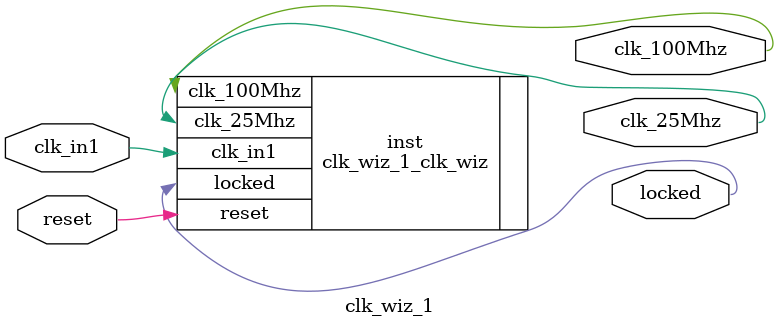
<source format=v>


`timescale 1ps/1ps

(* CORE_GENERATION_INFO = "clk_wiz_1,clk_wiz_v6_0_6_0_0,{component_name=clk_wiz_1,use_phase_alignment=true,use_min_o_jitter=false,use_max_i_jitter=false,use_dyn_phase_shift=false,use_inclk_switchover=false,use_dyn_reconfig=false,enable_axi=0,feedback_source=FDBK_AUTO,PRIMITIVE=MMCM,num_out_clk=2,clkin1_period=10.000,clkin2_period=10.000,use_power_down=false,use_reset=true,use_locked=true,use_inclk_stopped=false,feedback_type=SINGLE,CLOCK_MGR_TYPE=NA,manual_override=false}" *)

module clk_wiz_1 
 (
  // Clock out ports
  output        clk_100Mhz,
  output        clk_25Mhz,
  // Status and control signals
  input         reset,
  output        locked,
 // Clock in ports
  input         clk_in1
 );

  clk_wiz_1_clk_wiz inst
  (
  // Clock out ports  
  .clk_100Mhz(clk_100Mhz),
  .clk_25Mhz(clk_25Mhz),
  // Status and control signals               
  .reset(reset), 
  .locked(locked),
 // Clock in ports
  .clk_in1(clk_in1)
  );

endmodule

</source>
